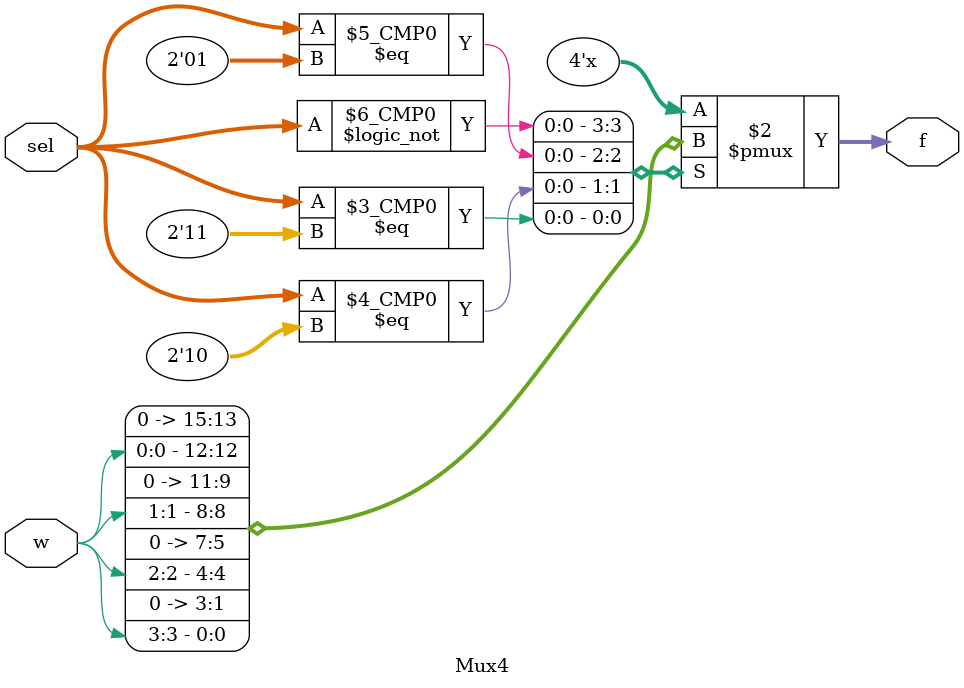
<source format=v>
module Mux4 #(
    parameter n=4
) (
    input [1:0] sel,
    input[n-1:0] w,
    output reg [n-1:0] f
);
always @(*) begin
f='bx;
    case (sel)
        2'b00: f=w[0]; 
        2'b01: f=w[1];
        2'b10: f=w[2];
        2'b11: f=w[3];
        default: f='bx;
    endcase
end
    
endmodule
</source>
